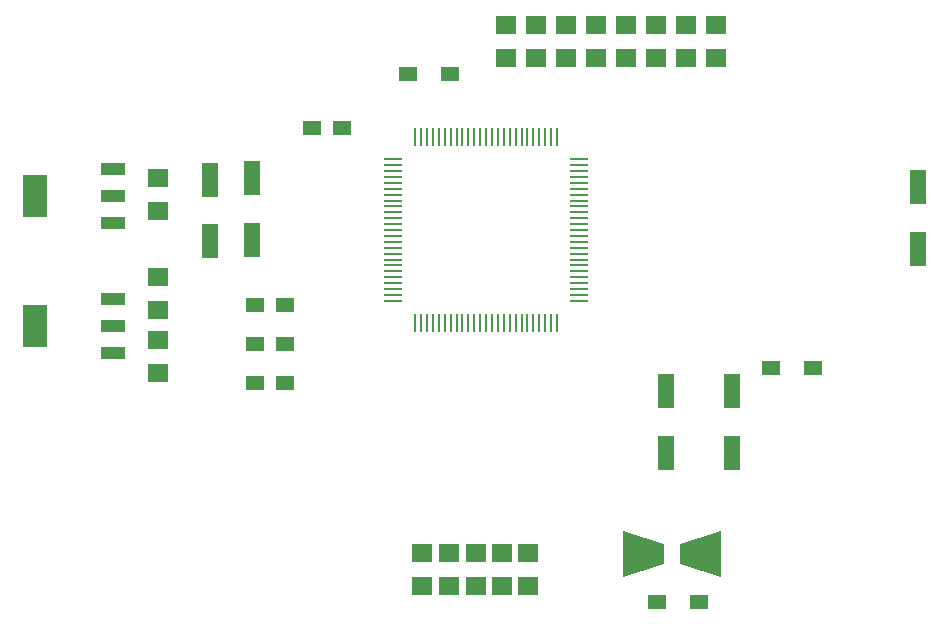
<source format=gbr>
G04 #@! TF.FileFunction,Paste,Top*
%FSLAX46Y46*%
G04 Gerber Fmt 4.6, Leading zero omitted, Abs format (unit mm)*
G04 Created by KiCad (PCBNEW 4.0.2-stable) date 29/08/2016 23:52:40*
%MOMM*%
G01*
G04 APERTURE LIST*
%ADD10C,0.100000*%
%ADD11R,1.500000X0.280000*%
%ADD12R,0.280000X1.500000*%
%ADD13R,1.600200X1.198880*%
%ADD14R,1.803400X1.600200*%
%ADD15R,1.500000X1.250000*%
%ADD16R,1.399540X2.999740*%
%ADD17R,2.032000X3.657600*%
%ADD18R,2.032000X1.016000*%
G04 APERTURE END LIST*
D10*
D11*
X139928000Y-88996000D03*
X139928000Y-89496000D03*
X139928000Y-89996000D03*
X139928000Y-90496000D03*
X139928000Y-90996000D03*
X139928000Y-91496000D03*
X139928000Y-91996000D03*
X139928000Y-92496000D03*
X139928000Y-92996000D03*
X139928000Y-93496000D03*
X139928000Y-93996000D03*
X139928000Y-94496000D03*
X139928000Y-94996000D03*
X139928000Y-95496000D03*
X139928000Y-95996000D03*
X139928000Y-96496000D03*
X139928000Y-96996000D03*
X139928000Y-97496000D03*
X139928000Y-97996000D03*
X139928000Y-98496000D03*
X139928000Y-98996000D03*
X139928000Y-99496000D03*
X139928000Y-99996000D03*
X139928000Y-100496000D03*
X139928000Y-100996000D03*
D12*
X141828000Y-102896000D03*
X142328000Y-102896000D03*
X142828000Y-102896000D03*
X143328000Y-102896000D03*
X143828000Y-102896000D03*
X144328000Y-102896000D03*
X144828000Y-102896000D03*
X145328000Y-102896000D03*
X145828000Y-102896000D03*
X146328000Y-102896000D03*
X146828000Y-102896000D03*
X147328000Y-102896000D03*
X147828000Y-102896000D03*
X148328000Y-102896000D03*
X148828000Y-102896000D03*
X149328000Y-102896000D03*
X149828000Y-102896000D03*
X150328000Y-102896000D03*
X150828000Y-102896000D03*
X151328000Y-102896000D03*
X151828000Y-102896000D03*
X152328000Y-102896000D03*
X152828000Y-102896000D03*
X153328000Y-102896000D03*
X153828000Y-102896000D03*
D11*
X155728000Y-100996000D03*
X155728000Y-100496000D03*
X155728000Y-99996000D03*
X155728000Y-99496000D03*
X155728000Y-98996000D03*
X155728000Y-98496000D03*
X155728000Y-97996000D03*
X155728000Y-97496000D03*
X155728000Y-96996000D03*
X155728000Y-96496000D03*
X155728000Y-95996000D03*
X155728000Y-95496000D03*
X155728000Y-94996000D03*
X155728000Y-94496000D03*
X155728000Y-93996000D03*
X155728000Y-93496000D03*
X155728000Y-92996000D03*
X155728000Y-92496000D03*
X155728000Y-91996000D03*
X155728000Y-91496000D03*
X155728000Y-90996000D03*
X155728000Y-90496000D03*
X155728000Y-89996000D03*
X155728000Y-89496000D03*
X155728000Y-88996000D03*
D12*
X153828000Y-87096000D03*
X153328000Y-87096000D03*
X152828000Y-87096000D03*
X152328000Y-87096000D03*
X151828000Y-87096000D03*
X151328000Y-87096000D03*
X150828000Y-87096000D03*
X150328000Y-87096000D03*
X149828000Y-87096000D03*
X149328000Y-87096000D03*
X148828000Y-87096000D03*
X148328000Y-87096000D03*
X147828000Y-87096000D03*
X147328000Y-87096000D03*
X146828000Y-87096000D03*
X146328000Y-87096000D03*
X145828000Y-87096000D03*
X145328000Y-87096000D03*
X144828000Y-87096000D03*
X144328000Y-87096000D03*
X143828000Y-87096000D03*
X143328000Y-87096000D03*
X142828000Y-87096000D03*
X142328000Y-87096000D03*
X141828000Y-87096000D03*
D13*
X141201140Y-81788000D03*
X144802860Y-81788000D03*
D14*
X142367000Y-122364500D03*
X142367000Y-125158500D03*
X144716500Y-122364500D03*
X144716500Y-125158500D03*
X146939000Y-122364500D03*
X146939000Y-125158500D03*
X149161500Y-122364500D03*
X149161500Y-125158500D03*
X151384000Y-122364500D03*
X151384000Y-125158500D03*
X120015000Y-107061000D03*
X120015000Y-104267000D03*
X120015000Y-98933000D03*
X120015000Y-101727000D03*
X120015000Y-90551000D03*
X120015000Y-93345000D03*
D15*
X133116000Y-86360000D03*
X135616000Y-86360000D03*
X128290000Y-101346000D03*
X130790000Y-101346000D03*
X128290000Y-104648000D03*
X130790000Y-104648000D03*
X128290000Y-107950000D03*
X130790000Y-107950000D03*
D14*
X149479000Y-77597000D03*
X149479000Y-80391000D03*
X152019000Y-77597000D03*
X152019000Y-80391000D03*
X154559000Y-77597000D03*
X154559000Y-80391000D03*
X157099000Y-77597000D03*
X157099000Y-80391000D03*
X159639000Y-77597000D03*
X159639000Y-80391000D03*
X162179000Y-77597000D03*
X162179000Y-80391000D03*
X164719000Y-77597000D03*
X164719000Y-80391000D03*
X167259000Y-77597000D03*
X167259000Y-80391000D03*
D13*
X162283140Y-126492000D03*
X165884860Y-126492000D03*
X175536860Y-106680000D03*
X171935140Y-106680000D03*
D16*
X168656000Y-108651040D03*
X168656000Y-113852960D03*
D10*
G36*
X167739060Y-120478550D02*
X167739060Y-124377450D01*
X164238940Y-123277630D01*
X164238940Y-121578370D01*
X167739060Y-120478550D01*
X167739060Y-120478550D01*
G37*
G36*
X159412940Y-124377450D02*
X159412940Y-120478550D01*
X162913060Y-121578370D01*
X162913060Y-123277630D01*
X159412940Y-124377450D01*
X159412940Y-124377450D01*
G37*
D16*
X163068000Y-113852960D03*
X163068000Y-108651040D03*
X184404000Y-91379040D03*
X184404000Y-96580960D03*
X128016000Y-95818960D03*
X128016000Y-90617040D03*
X124460000Y-90744040D03*
X124460000Y-95945960D03*
D17*
X109626400Y-92151200D03*
D18*
X116230400Y-92151200D03*
X116230400Y-89865200D03*
X116230400Y-94437200D03*
D17*
X109601000Y-103124000D03*
D18*
X116205000Y-103124000D03*
X116205000Y-100838000D03*
X116205000Y-105410000D03*
M02*

</source>
